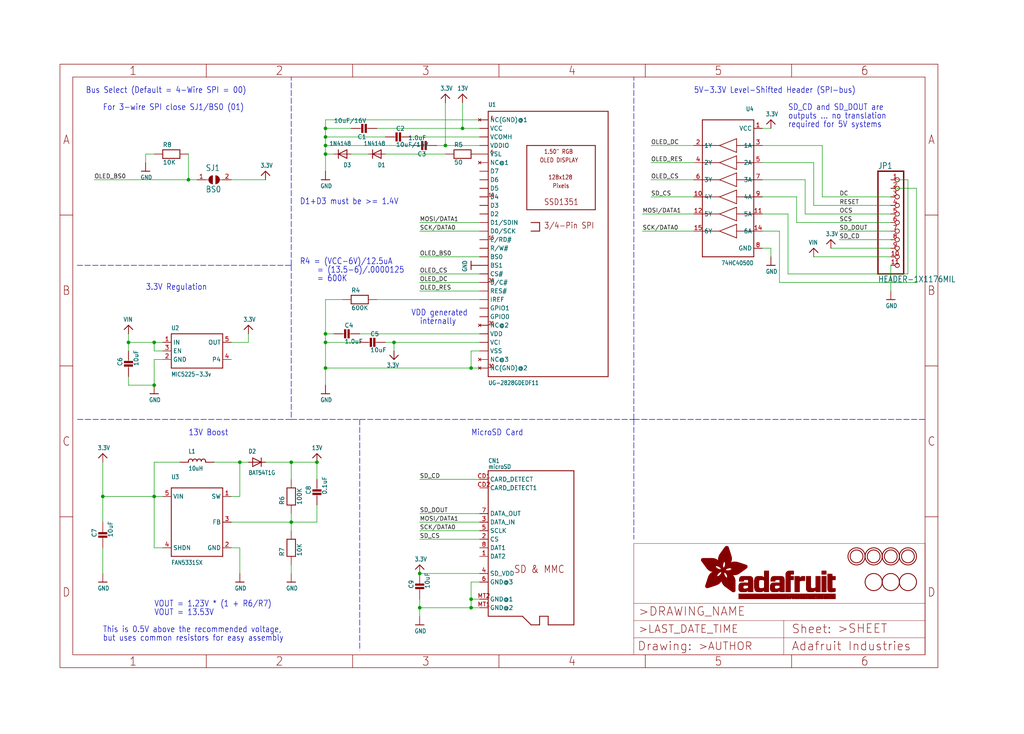
<source format=kicad_sch>
(kicad_sch (version 20211123) (generator eeschema)
  (paper "User" 303.682 217.881)
  (lib_symbols
    (symbol "eagleSchem-eagle-import:13V" (power)
      (property "Value" "13V" (at -1.524 1.016 0))
      (symbol "13V_1_0"
        (pin power_in line (at 0 -2.54 90) (length 2.54) (name "13V") (number "1"))
      )
    )
    (symbol "eagleSchem-eagle-import:3.3V" (power)
      (property "Value" "3.3V" (at -1.524 1.016 0))
      (symbol "3.3V_1_0"
        (pin power_in line (at 0 -2.54 90) (length 2.54) (name "3.3V") (number "1"))
      )
    )
    (symbol "eagleSchem-eagle-import:74HC4050D"
      (property "Reference" "U" (at -7.62 22.86 0))
      (property "Value" "74HC4050D" (at -7.62 -22.86 0))
      (symbol "74HC4050D_1_0"
        (pin bidirectional line (at -10.16 17.78 0) (length 2.54) (name "VCC") (number "1"))
        (pin bidirectional line (at 10.16 -2.54 180) (length 2.54) (name "4Y") (number "10"))
        (pin bidirectional line (at -10.16 -7.62 0) (length 2.54) (name "5A") (number "11"))
        (pin bidirectional line (at 10.16 -7.62 180) (length 2.54) (name "5Y") (number "12"))
        (pin bidirectional line (at -10.16 -12.7 0) (length 2.54) (name "6A") (number "14"))
        (pin bidirectional line (at 10.16 -12.7 180) (length 2.54) (name "6Y") (number "15"))
        (pin bidirectional line (at 10.16 12.7 180) (length 2.54) (name "1Y") (number "2"))
        (pin bidirectional line (at -10.16 12.7 0) (length 2.54) (name "1A") (number "3"))
        (pin bidirectional line (at 10.16 7.62 180) (length 2.54) (name "2Y") (number "4"))
        (pin bidirectional line (at -10.16 7.62 0) (length 2.54) (name "2A") (number "5"))
        (pin bidirectional line (at 10.16 2.54 180) (length 2.54) (name "3Y") (number "6"))
        (pin bidirectional line (at -10.16 2.54 0) (length 2.54) (name "3A") (number "7"))
        (pin bidirectional line (at -10.16 -17.78 0) (length 2.54) (name "GND") (number "8"))
        (pin bidirectional line (at -10.16 -2.54 0) (length 2.54) (name "4A") (number "9"))
      )
    )
    (symbol "eagleSchem-eagle-import:CAP_CERAMIC0805"
      (property "Reference" "C" (at -1.79 0.54 90))
      (property "Value" "CAP_CERAMIC0805" (at 3 0.54 90))
      (symbol "CAP_CERAMIC0805_1_0"
        (pin passive line (at 0 5.08 270) (length 2.54) (name "P$1") (number "1"))
        (pin passive line (at 0 -2.54 90) (length 2.54) (name "P$2") (number "2"))
      )
    )
    (symbol "eagleSchem-eagle-import:DIODESOD-123"
      (property "Reference" "D" (at -2.54 2.54 0))
      (property "Value" "DIODESOD-123" (at -2.54 -3.81 0))
      (symbol "DIODESOD-123_1_0"
        (pin passive line (at -2.54 0 0) (length 2.54) (name "A") (number "A"))
        (pin passive line (at 2.54 0 180) (length 2.54) (name "C") (number "C"))
      )
    )
    (symbol "eagleSchem-eagle-import:DIODESOD-323"
      (property "Reference" "D" (at -2.54 2.54 0))
      (property "Value" "DIODESOD-323" (at -2.54 -3.81 0))
      (symbol "DIODESOD-323_1_0"
        (pin passive line (at -2.54 0 0) (length 2.54) (name "A") (number "A"))
        (pin passive line (at 2.54 0 180) (length 2.54) (name "C") (number "C"))
      )
    )
    (symbol "eagleSchem-eagle-import:DISP_OLED_UG-2828GDEDF11TOP"
      (property "Reference" "U" (at -17.78 39.37 0))
      (property "Value" "DISP_OLED_UG-2828GDEDF11TOP" (at -17.78 -43.18 0))
      (symbol "DISP_OLED_UG-2828GDEDF11TOP_1_0"
        (text "1" (at -17.145 35.56 0) (effects (font (size 1.016 0.8636)) (justify left bottom)))
        (text "1.50\" RGB" (at -1.27 25.4 0) (effects (font (size 1.27 1.0795)) (justify left bottom)))
        (text "10" (at -17.78 12.7 0) (effects (font (size 1.016 0.8636)) (justify left bottom)))
        (text "128x128" (at 0 17.78 0) (effects (font (size 1.27 1.0795)) (justify left bottom)))
        (text "15" (at -17.78 0 0) (effects (font (size 1.016 0.8636)) (justify left bottom)))
        (text "20" (at -17.78 -12.7 0) (effects (font (size 1.016 0.8636)) (justify left bottom)))
        (text "25" (at -17.78 -25.4 0) (effects (font (size 1.016 0.8636)) (justify left bottom)))
        (text "3/4-Pin SPI" (at -1.27 3.175 0) (effects (font (size 1.778 1.5113)) (justify left bottom)))
        (text "30" (at -17.78 -38.1 0) (effects (font (size 1.016 0.8636)) (justify left bottom)))
        (text "5" (at -17.145 25.4 0) (effects (font (size 1.016 0.8636)) (justify left bottom)))
        (text "OLED DISPLAY" (at -2.54 22.86 0) (effects (font (size 1.27 1.0795)) (justify left bottom)))
        (text "Pixels" (at 1.27 15.24 0) (effects (font (size 1.27 1.0795)) (justify left bottom)))
        (text "SSD1351" (at -1.27 10.16 0) (effects (font (size 1.778 1.5113)) (justify left bottom)))
        (pin no_connect line (at -20.32 -38.1 0) (length 2.54) (name "NC(GND)@2") (number "P$1"))
        (pin bidirectional line (at -20.32 -15.24 0) (length 2.54) (name "RES#") (number "P$10"))
        (pin bidirectional line (at -20.32 -12.7 0) (length 2.54) (name "D/C#") (number "P$11"))
        (pin bidirectional line (at -20.32 -10.16 0) (length 2.54) (name "CS#") (number "P$12"))
        (pin bidirectional line (at -20.32 -7.62 0) (length 2.54) (name "BS1") (number "P$13"))
        (pin bidirectional line (at -20.32 -5.08 0) (length 2.54) (name "BS0") (number "P$14"))
        (pin bidirectional line (at -20.32 -2.54 0) (length 2.54) (name "R/W#") (number "P$15"))
        (pin bidirectional line (at -20.32 0 0) (length 2.54) (name "E/RD#") (number "P$16"))
        (pin bidirectional line (at -20.32 2.54 0) (length 2.54) (name "D0/SCK") (number "P$17"))
        (pin bidirectional line (at -20.32 5.08 0) (length 2.54) (name "D1/SDIN") (number "P$18"))
        (pin bidirectional line (at -20.32 7.62 0) (length 2.54) (name "D2") (number "P$19"))
        (pin no_connect line (at -20.32 -35.56 0) (length 2.54) (name "NC@3") (number "P$2"))
        (pin bidirectional line (at -20.32 10.16 0) (length 2.54) (name "D3") (number "P$20"))
        (pin bidirectional line (at -20.32 12.7 0) (length 2.54) (name "D4") (number "P$21"))
        (pin bidirectional line (at -20.32 15.24 0) (length 2.54) (name "D5") (number "P$22"))
        (pin bidirectional line (at -20.32 17.78 0) (length 2.54) (name "D6") (number "P$23"))
        (pin bidirectional line (at -20.32 20.32 0) (length 2.54) (name "D7") (number "P$24"))
        (pin no_connect line (at -20.32 22.86 0) (length 2.54) (name "NC@1") (number "P$25"))
        (pin bidirectional line (at -20.32 25.4 0) (length 2.54) (name "VSL") (number "P$26"))
        (pin power_in line (at -20.32 27.94 0) (length 2.54) (name "VDDIO") (number "P$27"))
        (pin power_in line (at -20.32 30.48 0) (length 2.54) (name "VCOMH") (number "P$28"))
        (pin power_in line (at -20.32 33.02 0) (length 2.54) (name "VCC") (number "P$29"))
        (pin power_in line (at -20.32 -33.02 0) (length 2.54) (name "VSS") (number "P$3"))
        (pin no_connect line (at -20.32 35.56 0) (length 2.54) (name "NC(GND)@1") (number "P$30"))
        (pin power_in line (at -20.32 -30.48 0) (length 2.54) (name "VCI") (number "P$4"))
        (pin power_in line (at -20.32 -27.94 0) (length 2.54) (name "VDD") (number "P$5"))
        (pin no_connect line (at -20.32 -25.4 0) (length 2.54) (name "NC@2") (number "P$6"))
        (pin bidirectional line (at -20.32 -22.86 0) (length 2.54) (name "GPIO0") (number "P$7"))
        (pin bidirectional line (at -20.32 -20.32 0) (length 2.54) (name "GPIO1") (number "P$8"))
        (pin bidirectional line (at -20.32 -17.78 0) (length 2.54) (name "IREF") (number "P$9"))
      )
    )
    (symbol "eagleSchem-eagle-import:FAN5331"
      (property "Reference" "U" (at -7.62 12.7 0))
      (property "Value" "FAN5331" (at -7.62 -12.7 0))
      (symbol "FAN5331_1_0"
        (pin bidirectional line (at 10.16 7.62 180) (length 2.54) (name "SW") (number "1"))
        (pin bidirectional line (at 10.16 -7.62 180) (length 2.54) (name "GND") (number "2"))
        (pin bidirectional line (at 10.16 0 180) (length 2.54) (name "FB") (number "3"))
        (pin bidirectional line (at -10.16 -7.62 0) (length 2.54) (name "SHDN") (number "4"))
        (pin bidirectional line (at -10.16 7.62 0) (length 2.54) (name "VIN") (number "5"))
      )
    )
    (symbol "eagleSchem-eagle-import:FIDUCIAL")
    (symbol "eagleSchem-eagle-import:FRAME_A4_ADAFRUIT"
      (symbol "FRAME_A4_ADAFRUIT_1_0"
        (text "1" (at 21.6958 1.905 0) (effects (font (size 2.54 2.286))))
        (text "1" (at 21.6958 177.165 0) (effects (font (size 2.54 2.286))))
        (text "2" (at 65.0875 1.905 0) (effects (font (size 2.54 2.286))))
        (text "2" (at 65.0875 177.165 0) (effects (font (size 2.54 2.286))))
        (text "3" (at 108.4792 1.905 0) (effects (font (size 2.54 2.286))))
        (text "3" (at 108.4792 177.165 0) (effects (font (size 2.54 2.286))))
        (text "4" (at 151.8708 1.905 0) (effects (font (size 2.54 2.286))))
        (text "4" (at 151.8708 177.165 0) (effects (font (size 2.54 2.286))))
        (text "5" (at 195.2625 1.905 0) (effects (font (size 2.54 2.286))))
        (text "5" (at 195.2625 177.165 0) (effects (font (size 2.54 2.286))))
        (text "6" (at 238.6542 1.905 0) (effects (font (size 2.54 2.286))))
        (text "6" (at 238.6542 177.165 0) (effects (font (size 2.54 2.286))))
        (text ">AUTHOR" (at 189.23 5.08 0) (effects (font (size 2.286 2.286)) (justify left bottom)))
        (text ">DRAWING_NAME" (at 171.45 15.24 0) (effects (font (size 2.54 2.54)) (justify left bottom)))
        (text ">LAST_DATE_TIME" (at 171.45 10.16 0) (effects (font (size 2.286 2.286)) (justify left bottom)))
        (text ">SHEET" (at 230.505 10.16 0) (effects (font (size 2.54 2.54)) (justify left bottom)))
        (text "A" (at 1.905 156.6863 0) (effects (font (size 2.54 2.286))))
        (text "A" (at 258.445 156.6863 0) (effects (font (size 2.54 2.286))))
        (text "Adafruit Industries" (at 216.916 4.953 0) (effects (font (size 2.54 2.54)) (justify left bottom)))
        (text "B" (at 1.905 111.9188 0) (effects (font (size 2.54 2.286))))
        (text "B" (at 258.445 111.9188 0) (effects (font (size 2.54 2.286))))
        (text "C" (at 1.905 67.1513 0) (effects (font (size 2.54 2.286))))
        (text "C" (at 258.445 67.1513 0) (effects (font (size 2.54 2.286))))
        (text "D" (at 1.905 22.3838 0) (effects (font (size 2.54 2.286))))
        (text "D" (at 258.445 22.3838 0) (effects (font (size 2.54 2.286))))
        (text "Drawing:" (at 171.196 4.953 0) (effects (font (size 2.54 2.54)) (justify left bottom)))
        (text "Sheet:" (at 216.916 10.033 0) (effects (font (size 2.54 2.54)) (justify left bottom)))
      )
    )
    (symbol "eagleSchem-eagle-import:GND" (power)
      (property "Value" "GND" (at -1.524 -2.54 0))
      (symbol "GND_1_0"
        (pin power_in line (at 0 2.54 270) (length 2.54) (name "GND") (number "1"))
      )
    )
    (symbol "eagleSchem-eagle-import:HEADER-1X1176MIL"
      (property "Reference" "JP" (at -6.35 15.875 0))
      (property "Value" "HEADER-1X1176MIL" (at -6.35 -17.78 0))
      (symbol "HEADER-1X1176MIL_1_0"
        (pin passive inverted (at -2.54 12.7 0) (length 2.54) (name "1") (number "1"))
        (pin passive inverted (at -2.54 -10.16 0) (length 2.54) (name "10") (number "10"))
        (pin passive inverted (at -2.54 -12.7 0) (length 2.54) (name "11") (number "11"))
        (pin passive inverted (at -2.54 10.16 0) (length 2.54) (name "2") (number "2"))
        (pin passive inverted (at -2.54 7.62 0) (length 2.54) (name "3") (number "3"))
        (pin passive inverted (at -2.54 5.08 0) (length 2.54) (name "4") (number "4"))
        (pin passive inverted (at -2.54 2.54 0) (length 2.54) (name "5") (number "5"))
        (pin passive inverted (at -2.54 0 0) (length 2.54) (name "6") (number "6"))
        (pin passive inverted (at -2.54 -2.54 0) (length 2.54) (name "7") (number "7"))
        (pin passive inverted (at -2.54 -5.08 0) (length 2.54) (name "8") (number "8"))
        (pin passive inverted (at -2.54 -7.62 0) (length 2.54) (name "9") (number "9"))
      )
    )
    (symbol "eagleSchem-eagle-import:INDUCTOR"
      (property "Reference" "L" (at -2.54 2.54 0))
      (property "Value" "INDUCTOR" (at -2.54 -2.54 0))
      (symbol "INDUCTOR_1_0"
        (pin passive line (at -5.08 0 0) (length 2.54) (name "1") (number "P$1"))
        (pin passive line (at 5.08 0 180) (length 2.54) (name "2") (number "P$2"))
      )
    )
    (symbol "eagleSchem-eagle-import:MICROSD"
      (property "Reference" "X" (at -12.7 22.606 0))
      (property "Value" "MICROSD" (at -12.7 20.828 0))
      (symbol "MICROSD_1_0"
        (text "SD & MMC" (at -5.08 -10.16 0) (effects (font (size 2.1844 1.8567)) (justify left bottom)))
        (pin bidirectional line (at -15.24 -5.08 0) (length 2.54) (name "DAT2") (number "1"))
        (pin input line (at -15.24 0 0) (length 2.54) (name "CS") (number "2"))
        (pin input line (at -15.24 5.08 0) (length 2.54) (name "DATA_IN") (number "3"))
        (pin power_in line (at -15.24 -10.16 0) (length 2.54) (name "SD_VDD") (number "4"))
        (pin input line (at -15.24 2.54 0) (length 2.54) (name "SCLK") (number "5"))
        (pin power_in line (at -15.24 -12.7 0) (length 2.54) (name "GND@3") (number "6"))
        (pin output line (at -15.24 7.62 0) (length 2.54) (name "DATA_OUT") (number "7"))
        (pin bidirectional line (at -15.24 -2.54 0) (length 2.54) (name "DAT1") (number "8"))
        (pin passive line (at -15.24 17.78 0) (length 2.54) (name "CARD_DETECT") (number "CD1"))
        (pin passive line (at -15.24 15.24 0) (length 2.54) (name "CARD_DETECT1") (number "CD2"))
        (pin power_in line (at -15.24 -20.32 0) (length 2.54) (name "GND@2") (number "MT1"))
        (pin power_in line (at -15.24 -17.78 0) (length 2.54) (name "GND@1") (number "MT2"))
      )
    )
    (symbol "eagleSchem-eagle-import:MOUNTINGHOLE2.5")
    (symbol "eagleSchem-eagle-import:RESISTOR0805"
      (property "Reference" "R" (at -2.54 2.032 0))
      (property "Value" "RESISTOR0805" (at -2.54 -3.175 0))
      (symbol "RESISTOR0805_1_0"
        (pin passive line (at -5.08 0 0) (length 2.54) (name "1") (number "1"))
        (pin passive line (at 5.08 0 180) (length 2.54) (name "2") (number "2"))
      )
    )
    (symbol "eagleSchem-eagle-import:SOLDERJUMPERREFLOW_NOPASTE"
      (property "Reference" "SJ" (at -2.54 2.54 0))
      (property "Value" "SOLDERJUMPERREFLOW_NOPASTE" (at -2.54 -3.81 0))
      (symbol "SOLDERJUMPERREFLOW_NOPASTE_1_0"
        (pin passive line (at -5.08 0 0) (length 2.54) (name "1") (number "1"))
        (pin passive line (at 5.08 0 180) (length 2.54) (name "2") (number "2"))
      )
    )
    (symbol "eagleSchem-eagle-import:VIN" (power)
      (property "Value" "VIN" (at -1.524 1.016 0))
      (symbol "VIN_1_0"
        (pin power_in line (at 0 -2.54 90) (length 2.54) (name "VIN") (number "1"))
      )
    )
    (symbol "eagleSchem-eagle-import:VREG_SOT23-5"
      (property "Reference" "U" (at -7.62 6.096 0))
      (property "Value" "VREG_SOT23-5" (at -7.62 -7.62 0))
      (symbol "VREG_SOT23-5_1_0"
        (pin power_in line (at -10.16 2.54 0) (length 2.54) (name "IN") (number "1"))
        (pin power_in line (at -10.16 -2.54 0) (length 2.54) (name "GND") (number "2"))
        (pin input line (at -10.16 0 0) (length 2.54) (name "EN") (number "3"))
        (pin bidirectional line (at 10.16 -2.54 180) (length 2.54) (name "P4") (number "4"))
        (pin power_in line (at 10.16 2.54 180) (length 2.54) (name "OUT") (number "5"))
      )
    )
  )
  (junction (at 86.36 154.94))
  (junction (at 96.52 40.64))
  (junction (at 96.52 99.06))
  (junction (at 38.1 101.6))
  (junction (at 132.08 43.18))
  (junction (at 139.7 180.34))
  (junction (at 93.98 137.16))
  (junction (at 71.12 137.16))
  (junction (at 55.88 53.34))
  (junction (at 45.72 101.6))
  (junction (at 45.72 114.3))
  (junction (at 96.52 43.18))
  (junction (at 124.46 180.34))
  (junction (at 45.72 147.32))
  (junction (at 86.36 137.16))
  (junction (at 96.52 109.22))
  (junction (at 96.52 101.6))
  (junction (at 30.48 147.32))
  (junction (at 96.52 38.1))
  (junction (at 137.16 38.1))
  (junction (at 139.7 109.22))
  (junction (at 139.7 177.8))
  (junction (at 116.84 101.6))
  (junction (at 124.46 170.18))
  (junction (at 96.52 45.72))
  (wire (pts (xy 55.88 53.34) (xy 58.42 53.34)))
  (wire (pts (xy 269.24 81.28) (xy 269.24 53.34)))
  (wire (pts (xy 233.68 63.5) (xy 233.68 81.28)))
  (wire (pts (xy 45.72 104.14) (xy 45.72 101.6)))
  (wire (pts (xy 96.52 101.6) (xy 96.52 109.22)))
  (wire (pts (xy 45.72 137.16) (xy 53.34 137.16)))
  (wire (pts (xy 142.24 35.56) (xy 96.52 35.56)))
  (wire (pts (xy 86.36 167.64) (xy 86.36 170.18)))
  (polyline (pts (xy 86.36 124.46) (xy 106.68 124.46)))
  (wire (pts (xy 137.16 30.48) (xy 137.16 38.1)))
  (wire (pts (xy 236.22 58.42) (xy 236.22 66.04)))
  (wire (pts (xy 68.58 162.56) (xy 71.12 162.56)))
  (wire (pts (xy 71.12 137.16) (xy 71.12 147.32)))
  (wire (pts (xy 238.76 63.5) (xy 264.16 63.5)))
  (wire (pts (xy 45.72 45.72) (xy 43.18 45.72)))
  (wire (pts (xy 104.14 45.72) (xy 109.22 45.72)))
  (wire (pts (xy 132.08 30.48) (xy 132.08 43.18)))
  (wire (pts (xy 231.14 68.58) (xy 231.14 83.82)))
  (wire (pts (xy 48.26 162.56) (xy 45.72 162.56)))
  (polyline (pts (xy 106.68 124.46) (xy 106.68 193.04)))
  (wire (pts (xy 27.94 53.34) (xy 55.88 53.34)))
  (wire (pts (xy 71.12 147.32) (xy 68.58 147.32)))
  (wire (pts (xy 142.24 154.94) (xy 124.46 154.94)))
  (wire (pts (xy 233.68 81.28) (xy 269.24 81.28)))
  (wire (pts (xy 142.24 88.9) (xy 111.76 88.9)))
  (wire (pts (xy 236.22 58.42) (xy 226.06 58.42)))
  (wire (pts (xy 142.24 101.6) (xy 116.84 101.6)))
  (wire (pts (xy 205.74 68.58) (xy 190.5 68.58)))
  (wire (pts (xy 71.12 137.16) (xy 73.66 137.16)))
  (wire (pts (xy 45.72 101.6) (xy 38.1 101.6)))
  (wire (pts (xy 243.84 58.42) (xy 264.16 58.42)))
  (wire (pts (xy 86.36 154.94) (xy 86.36 152.4)))
  (polyline (pts (xy 86.36 124.46) (xy 22.86 124.46)))
  (wire (pts (xy 86.36 154.94) (xy 93.98 154.94)))
  (wire (pts (xy 96.52 109.22) (xy 96.52 114.3)))
  (wire (pts (xy 271.78 55.88) (xy 264.16 55.88)))
  (wire (pts (xy 101.6 88.9) (xy 96.52 88.9)))
  (wire (pts (xy 96.52 43.18) (xy 96.52 45.72)))
  (wire (pts (xy 238.76 53.34) (xy 226.06 53.34)))
  (polyline (pts (xy 187.96 124.46) (xy 274.32 124.46)))
  (wire (pts (xy 106.68 101.6) (xy 96.52 101.6)))
  (wire (pts (xy 142.24 142.24) (xy 124.46 142.24)))
  (polyline (pts (xy 187.96 124.46) (xy 187.96 22.86)))
  (wire (pts (xy 226.06 38.1) (xy 228.6 38.1)))
  (wire (pts (xy 124.46 180.34) (xy 124.46 182.88)))
  (wire (pts (xy 73.66 101.6) (xy 73.66 99.06)))
  (wire (pts (xy 114.3 40.64) (xy 96.52 40.64)))
  (wire (pts (xy 142.24 43.18) (xy 132.08 43.18)))
  (polyline (pts (xy 86.36 78.74) (xy 86.36 22.86)))
  (wire (pts (xy 139.7 172.72) (xy 139.7 177.8)))
  (wire (pts (xy 231.14 83.82) (xy 271.78 83.82)))
  (wire (pts (xy 246.38 73.66) (xy 264.16 73.66)))
  (wire (pts (xy 142.24 76.2) (xy 124.46 76.2)))
  (wire (pts (xy 226.06 68.58) (xy 231.14 68.58)))
  (wire (pts (xy 96.52 99.06) (xy 96.52 101.6)))
  (wire (pts (xy 142.24 38.1) (xy 137.16 38.1)))
  (wire (pts (xy 38.1 111.76) (xy 38.1 114.3)))
  (wire (pts (xy 86.36 137.16) (xy 93.98 137.16)))
  (wire (pts (xy 63.5 137.16) (xy 71.12 137.16)))
  (wire (pts (xy 142.24 177.8) (xy 139.7 177.8)))
  (wire (pts (xy 71.12 162.56) (xy 71.12 170.18)))
  (wire (pts (xy 142.24 157.48) (xy 124.46 157.48)))
  (wire (pts (xy 238.76 53.34) (xy 238.76 63.5)))
  (wire (pts (xy 205.74 58.42) (xy 193.04 58.42)))
  (wire (pts (xy 45.72 147.32) (xy 45.72 137.16)))
  (wire (pts (xy 269.24 53.34) (xy 264.16 53.34)))
  (wire (pts (xy 236.22 66.04) (xy 264.16 66.04)))
  (wire (pts (xy 30.48 162.56) (xy 30.48 170.18)))
  (wire (pts (xy 48.26 104.14) (xy 45.72 104.14)))
  (wire (pts (xy 142.24 104.14) (xy 139.7 104.14)))
  (wire (pts (xy 38.1 101.6) (xy 38.1 104.14)))
  (wire (pts (xy 30.48 147.32) (xy 30.48 137.16)))
  (wire (pts (xy 142.24 40.64) (xy 121.92 40.64)))
  (polyline (pts (xy 187.96 124.46) (xy 187.96 160.02)))
  (wire (pts (xy 45.72 162.56) (xy 45.72 147.32)))
  (wire (pts (xy 264.16 68.58) (xy 248.92 68.58)))
  (wire (pts (xy 241.3 48.26) (xy 226.06 48.26)))
  (wire (pts (xy 226.06 73.66) (xy 228.6 73.66)))
  (wire (pts (xy 142.24 68.58) (xy 124.46 68.58)))
  (wire (pts (xy 139.7 180.34) (xy 124.46 180.34)))
  (wire (pts (xy 116.84 101.6) (xy 114.3 101.6)))
  (wire (pts (xy 228.6 73.66) (xy 228.6 76.2)))
  (wire (pts (xy 96.52 45.72) (xy 96.52 50.8)))
  (wire (pts (xy 271.78 83.82) (xy 271.78 55.88)))
  (wire (pts (xy 99.06 45.72) (xy 96.52 45.72)))
  (wire (pts (xy 248.92 71.12) (xy 264.16 71.12)))
  (wire (pts (xy 96.52 35.56) (xy 96.52 38.1)))
  (wire (pts (xy 124.46 177.8) (xy 124.46 180.34)))
  (wire (pts (xy 96.52 38.1) (xy 96.52 40.64)))
  (wire (pts (xy 205.74 53.34) (xy 193.04 53.34)))
  (wire (pts (xy 48.26 147.32) (xy 45.72 147.32)))
  (wire (pts (xy 142.24 81.28) (xy 124.46 81.28)))
  (wire (pts (xy 121.92 43.18) (xy 96.52 43.18)))
  (wire (pts (xy 142.24 83.82) (xy 124.46 83.82)))
  (wire (pts (xy 241.3 48.26) (xy 241.3 60.96)))
  (wire (pts (xy 43.18 45.72) (xy 43.18 48.26)))
  (wire (pts (xy 93.98 142.24) (xy 93.98 137.16)))
  (wire (pts (xy 86.36 137.16) (xy 86.36 142.24)))
  (wire (pts (xy 38.1 114.3) (xy 45.72 114.3)))
  (wire (pts (xy 142.24 180.34) (xy 139.7 180.34)))
  (wire (pts (xy 132.08 45.72) (xy 114.3 45.72)))
  (wire (pts (xy 48.26 106.68) (xy 45.72 106.68)))
  (wire (pts (xy 142.24 172.72) (xy 139.7 172.72)))
  (wire (pts (xy 55.88 53.34) (xy 55.88 45.72)))
  (wire (pts (xy 243.84 43.18) (xy 226.06 43.18)))
  (wire (pts (xy 264.16 86.36) (xy 264.16 78.74)))
  (wire (pts (xy 142.24 170.18) (xy 124.46 170.18)))
  (wire (pts (xy 142.24 66.04) (xy 124.46 66.04)))
  (wire (pts (xy 93.98 154.94) (xy 93.98 149.86)))
  (wire (pts (xy 38.1 101.6) (xy 38.1 99.06)))
  (wire (pts (xy 142.24 99.06) (xy 106.68 99.06)))
  (wire (pts (xy 241.3 60.96) (xy 264.16 60.96)))
  (wire (pts (xy 142.24 152.4) (xy 124.46 152.4)))
  (wire (pts (xy 142.24 86.36) (xy 124.46 86.36)))
  (wire (pts (xy 205.74 43.18) (xy 193.04 43.18)))
  (wire (pts (xy 139.7 177.8) (xy 139.7 180.34)))
  (wire (pts (xy 137.16 38.1) (xy 111.76 38.1)))
  (wire (pts (xy 226.06 63.5) (xy 233.68 63.5)))
  (wire (pts (xy 139.7 109.22) (xy 96.52 109.22)))
  (wire (pts (xy 96.52 40.64) (xy 96.52 43.18)))
  (wire (pts (xy 30.48 147.32) (xy 30.48 154.94)))
  (wire (pts (xy 96.52 88.9) (xy 96.52 99.06)))
  (wire (pts (xy 139.7 104.14) (xy 139.7 109.22)))
  (polyline (pts (xy 106.68 124.46) (xy 187.96 124.46)))
  (wire (pts (xy 205.74 63.5) (xy 190.5 63.5)))
  (wire (pts (xy 78.74 137.16) (xy 86.36 137.16)))
  (wire (pts (xy 68.58 53.34) (xy 78.74 53.34)))
  (wire (pts (xy 132.08 43.18) (xy 129.54 43.18)))
  (wire (pts (xy 48.26 101.6) (xy 45.72 101.6)))
  (wire (pts (xy 68.58 154.94) (xy 86.36 154.94)))
  (wire (pts (xy 142.24 109.22) (xy 139.7 109.22)))
  (wire (pts (xy 68.58 101.6) (xy 73.66 101.6)))
  (wire (pts (xy 86.36 157.48) (xy 86.36 154.94)))
  (wire (pts (xy 116.84 104.14) (xy 116.84 101.6)))
  (wire (pts (xy 45.72 106.68) (xy 45.72 114.3)))
  (polyline (pts (xy 86.36 78.74) (xy 86.36 124.46)))
  (wire (pts (xy 45.72 147.32) (xy 30.48 147.32)))
  (wire (pts (xy 205.74 48.26) (xy 193.04 48.26)))
  (polyline (pts (xy 22.86 78.74) (xy 86.36 78.74)))
  (wire (pts (xy 104.14 38.1) (xy 96.52 38.1)))
  (wire (pts (xy 243.84 43.18) (xy 243.84 58.42)))
  (wire (pts (xy 142.24 160.02) (xy 124.46 160.02)))
  (wire (pts (xy 99.06 99.06) (xy 96.52 99.06)))
  (wire (pts (xy 241.3 76.2) (xy 264.16 76.2)))
  (text "VDD generated" (at 121.92 93.98 180) (effects (font (size 1.778 1.5113)) (justify left bottom)))
  (text "D1+D3 must be >= 1.4V" (at 88.9 60.96 180) (effects (font (size 1.778 1.5113)) (justify left bottom)))
  (text "For 3-wire SPI close SJ1/BS0 (01)" (at 30.48 33.02 180) (effects (font (size 1.778 1.5113)) (justify left bottom)))
  (text "= (13.5-6)/.0000125" (at 93.98 81.28 180) (effects (font (size 1.778 1.5113)) (justify left bottom)))
  (text "SD_CD and SD_DOUT are" (at 233.68 33.02 180) (effects (font (size 1.778 1.5113)) (justify left bottom)))
  (text "3.3V Regulation" (at 43.18 86.36 180) (effects (font (size 1.778 1.5113)) (justify left bottom)))
  (text "VOUT = 1.23V * (1 + R6/R7)" (at 45.72 180.34 180) (effects (font (size 1.778 1.5113)) (justify left bottom)))
  (text "R4 = (VCC-6V)/12.5uA" (at 88.9 78.74 180) (effects (font (size 1.778 1.5113)) (justify left bottom)))
  (text "13V Boost" (at 55.88 129.54 180) (effects (font (size 1.778 1.5113)) (justify left bottom)))
  (text "This is 0.5V above the recommended voltage," (at 30.48 187.96 180) (effects (font (size 1.778 1.5113)) (justify left bottom)))
  (text "VOUT = 13.53V" (at 45.72 182.88 180) (effects (font (size 1.778 1.5113)) (justify left bottom)))
  (text "outputs ... no translation" (at 233.68 35.56 180) (effects (font (size 1.778 1.5113)) (justify left bottom)))
  (text "MicroSD Card" (at 139.7 129.54 180) (effects (font (size 1.778 1.5113)) (justify left bottom)))
  (text "internally" (at 124.46 96.52 180) (effects (font (size 1.778 1.5113)) (justify left bottom)))
  (text "5V-3.3V Level-Shifted Header (SPI-bus)" (at 205.74 27.94 180) (effects (font (size 1.778 1.5113)) (justify left bottom)))
  (text "required for 5V systems" (at 233.68 38.1 180) (effects (font (size 1.778 1.5113)) (justify left bottom)))
  (text "but uses common resistors for easy assembly" (at 30.48 190.5 180) (effects (font (size 1.778 1.5113)) (justify left bottom)))
  (text "Bus Select (Default = 4-Wire SPI = 00)" (at 25.4 27.94 180) (effects (font (size 1.778 1.5113)) (justify left bottom)))
  (text "= 600K" (at 93.98 83.82 180) (effects (font (size 1.778 1.5113)) (justify left bottom)))
  (label "OLED_RES" (at 193.04 48.26 0) (effects (font (size 1.2446 1.2446))))
  (label "SD_DOUT" (at 124.46 152.4 0) (effects (font (size 1.2446 1.2446))))
  (label "SD_CS" (at 124.46 160.02 0) (effects (font (size 1.2446 1.2446))))
  (label "DC" (at 248.92 58.42 0) (effects (font (size 1.2446 1.2446))))
  (label "OLED_RES" (at 124.46 86.36 0) (effects (font (size 1.2446 1.2446))))
  (label "OCS" (at 248.92 63.5 0) (effects (font (size 1.2446 1.2446))))
  (label "SCS" (at 248.92 66.04 0) (effects (font (size 1.2446 1.2446))))
  (label "SD_CD" (at 124.46 142.24 0) (effects (font (size 1.2446 1.2446))))
  (label "OLED_BS0" (at 124.46 76.2 0) (effects (font (size 1.2446 1.2446))))
  (label "RESET" (at 248.92 60.96 0) (effects (font (size 1.2446 1.2446))))
  (label "SCK/DATA0" (at 124.46 68.58 0) (effects (font (size 1.2446 1.2446))))
  (label "OLED_CS" (at 124.46 81.28 0) (effects (font (size 1.2446 1.2446))))
  (label "SD_CS" (at 193.04 58.42 0) (effects (font (size 1.2446 1.2446))))
  (label "SCK/DATA0" (at 124.46 157.48 0) (effects (font (size 1.2446 1.2446))))
  (label "OLED_BS0" (at 27.94 53.34 0) (effects (font (size 1.2446 1.2446))))
  (label "OLED_DC" (at 124.46 83.82 0) (effects (font (size 1.2446 1.2446))))
  (label "MOSI/DATA1" (at 190.5 63.5 0) (effects (font (size 1.2446 1.2446))))
  (label "OLED_DC" (at 193.04 43.18 0) (effects (font (size 1.2446 1.2446))))
  (label "SD_CD" (at 248.92 71.12 0) (effects (font (size 1.2446 1.2446))))
  (label "SCK/DATA0" (at 190.5 68.58 0) (effects (font (size 1.2446 1.2446))))
  (label "SD_DOUT" (at 248.92 68.58 0) (effects (font (size 1.2446 1.2446))))
  (label "MOSI/DATA1" (at 124.46 154.94 0) (effects (font (size 1.2446 1.2446))))
  (label "MOSI/DATA1" (at 124.46 66.04 0) (effects (font (size 1.2446 1.2446))))
  (label "OLED_CS" (at 193.04 53.34 0) (effects (font (size 1.2446 1.2446))))
  (symbol (lib_id "eagleSchem-eagle-import:MICROSD") (at 157.48 160.02 0) (unit 1)
    (property "Reference" "CN1" (at 144.78 137.414 0) (effects (font (size 1.27 1.0795)) (justify left bottom)))
    (property "Value" "microSD" (at 144.78 139.192 0) (effects (font (size 1.27 1.0795)) (justify left bottom)))
    (property "Footprint" "eagleSchem:MICROSD" (effects hide))
  )
  (symbol (lib_id "eagleSchem-eagle-import:SOLDERJUMPERREFLOW_NOPASTE") (at 63.5 53.34 0) (unit 1)
    (property "Reference" "SJ1" (at 60.96 50.8 0) (effects (font (size 1.778 1.5113)) (justify left bottom)))
    (property "Value" "BS0" (at 60.96 57.15 0) (effects (font (size 1.778 1.5113)) (justify left bottom)))
    (property "Footprint" "eagleSchem:SOLDERJUMPER_REFLOW_NOPASTE" (effects hide))
  )
  (symbol (lib_id "eagleSchem-eagle-import:CAP_CERAMIC0805") (at 93.98 147.32 0) (unit 1)
    (property "Reference" "C8" (at 92.19 146.78 90) (effects (justify left bottom)))
    (property "Value" "0.1uF" (at 96.98 146.78 90) (effects (justify left bottom)))
    (property "Footprint" "eagleSchem:0805" (effects hide))
  )
  (symbol (lib_id "eagleSchem-eagle-import:13V") (at 137.16 27.94 0) (unit 1)
    (property "Reference" "#U$8" (effects hide))
    (property "Value" "13V" (at 135.636 26.924 0) (effects (font (size 1.27 1.0795)) (justify left bottom)))
    (property "Footprint" "eagleSchem:" (effects hide))
  )
  (symbol (lib_id "eagleSchem-eagle-import:CAP_CERAMIC0805") (at 116.84 40.64 270) (unit 1)
    (property "Reference" "C2" (at 117.38 38.85 90) (effects (justify left bottom)))
    (property "Value" "10uF/16V" (at 117.38 43.64 90) (effects (justify left bottom)))
    (property "Footprint" "eagleSchem:0805" (effects hide))
  )
  (symbol (lib_id "eagleSchem-eagle-import:RESISTOR0805") (at 50.8 45.72 0) (unit 1)
    (property "Reference" "R8" (at 48.26 43.688 0) (effects (justify left bottom)))
    (property "Value" "10K" (at 48.26 48.895 0) (effects (justify left bottom)))
    (property "Footprint" "eagleSchem:0805" (effects hide))
  )
  (symbol (lib_id "eagleSchem-eagle-import:GND") (at 96.52 53.34 0) (unit 1)
    (property "Reference" "#U$5" (effects hide))
    (property "Value" "GND" (at 94.996 55.88 0) (effects (font (size 1.27 1.0795)) (justify left bottom)))
    (property "Footprint" "eagleSchem:" (effects hide))
  )
  (symbol (lib_id "eagleSchem-eagle-import:CAP_CERAMIC0805") (at 127 43.18 90) (unit 1)
    (property "Reference" "C3" (at 126.46 44.97 90) (effects (justify left bottom)))
    (property "Value" "1.0uF" (at 126.46 40.18 90) (effects (justify left bottom)))
    (property "Footprint" "eagleSchem:0805" (effects hide))
  )
  (symbol (lib_id "eagleSchem-eagle-import:VREG_SOT23-5") (at 58.42 104.14 0) (unit 1)
    (property "Reference" "U2" (at 50.8 98.044 0) (effects (font (size 1.27 1.0795)) (justify left bottom)))
    (property "Value" "MIC5225-3.3v" (at 50.8 111.76 0) (effects (font (size 1.27 1.0795)) (justify left bottom)))
    (property "Footprint" "eagleSchem:SOT23-5" (effects hide))
  )
  (symbol (lib_id "eagleSchem-eagle-import:GND") (at 139.7 78.74 270) (unit 1)
    (property "Reference" "#U$3" (effects hide))
    (property "Value" "GND" (at 137.16 77.216 0) (effects (font (size 1.27 1.0795)) (justify left bottom)))
    (property "Footprint" "eagleSchem:" (effects hide))
  )
  (symbol (lib_id "eagleSchem-eagle-import:DIODESOD-323") (at 101.6 45.72 180) (unit 1)
    (property "Reference" "D3" (at 104.14 48.26 0) (effects (font (size 1.27 1.0795)) (justify left bottom)))
    (property "Value" "1N4148" (at 104.14 41.91 0) (effects (font (size 1.27 1.0795)) (justify left bottom)))
    (property "Footprint" "eagleSchem:SOD-323" (effects hide))
  )
  (symbol (lib_id "eagleSchem-eagle-import:GND") (at 30.48 172.72 0) (unit 1)
    (property "Reference" "#U$12" (effects hide))
    (property "Value" "GND" (at 28.956 175.26 0) (effects (font (size 1.27 1.0795)) (justify left bottom)))
    (property "Footprint" "eagleSchem:" (effects hide))
  )
  (symbol (lib_id "eagleSchem-eagle-import:CAP_CERAMIC0805") (at 101.6 99.06 270) (unit 1)
    (property "Reference" "C4" (at 102.14 97.27 90) (effects (justify left bottom)))
    (property "Value" "1.0uF" (at 102.14 102.06 90) (effects (justify left bottom)))
    (property "Footprint" "eagleSchem:0805" (effects hide))
  )
  (symbol (lib_id "eagleSchem-eagle-import:CAP_CERAMIC0805") (at 30.48 160.02 0) (unit 1)
    (property "Reference" "C7" (at 28.69 159.48 90) (effects (justify left bottom)))
    (property "Value" "10uF" (at 33.48 159.48 90) (effects (justify left bottom)))
    (property "Footprint" "eagleSchem:0805" (effects hide))
  )
  (symbol (lib_id "eagleSchem-eagle-import:VIN") (at 241.3 73.66 0) (unit 1)
    (property "Reference" "#U$17" (effects hide))
    (property "Value" "VIN" (at 239.776 72.644 0) (effects (font (size 1.27 1.0795)) (justify left bottom)))
    (property "Footprint" "eagleSchem:" (effects hide))
  )
  (symbol (lib_id "eagleSchem-eagle-import:RESISTOR0805") (at 86.36 147.32 90) (unit 1)
    (property "Reference" "R6" (at 84.328 149.86 0) (effects (justify left bottom)))
    (property "Value" "100K" (at 89.535 149.86 0) (effects (justify left bottom)))
    (property "Footprint" "eagleSchem:0805" (effects hide))
  )
  (symbol (lib_id "eagleSchem-eagle-import:RESISTOR0805") (at 137.16 45.72 0) (unit 1)
    (property "Reference" "R5" (at 134.62 43.688 0) (effects (justify left bottom)))
    (property "Value" "50" (at 134.62 48.895 0) (effects (justify left bottom)))
    (property "Footprint" "eagleSchem:0805" (effects hide))
  )
  (symbol (lib_id "eagleSchem-eagle-import:INDUCTOR") (at 58.42 137.16 0) (unit 1)
    (property "Reference" "L1" (at 55.88 134.62 0) (effects (font (size 1.27 1.0795)) (justify left bottom)))
    (property "Value" "10uH" (at 55.88 139.7 0) (effects (font (size 1.27 1.0795)) (justify left bottom)))
    (property "Footprint" "eagleSchem:INDUCTOR_1007" (effects hide))
  )
  (symbol (lib_id "eagleSchem-eagle-import:GND") (at 228.6 78.74 0) (unit 1)
    (property "Reference" "#U$34" (effects hide))
    (property "Value" "GND" (at 227.076 81.28 0) (effects (font (size 1.27 1.0795)) (justify left bottom)))
    (property "Footprint" "eagleSchem:" (effects hide))
  )
  (symbol (lib_id "eagleSchem-eagle-import:CAP_CERAMIC0805") (at 109.22 101.6 270) (unit 1)
    (property "Reference" "C5" (at 109.76 99.81 90) (effects (justify left bottom)))
    (property "Value" "10uF" (at 109.76 104.6 90) (effects (justify left bottom)))
    (property "Footprint" "eagleSchem:0805" (effects hide))
  )
  (symbol (lib_id "eagleSchem-eagle-import:RESISTOR0805") (at 106.68 88.9 0) (unit 1)
    (property "Reference" "R4" (at 104.14 86.868 0) (effects (justify left bottom)))
    (property "Value" "600K" (at 104.14 92.075 0) (effects (justify left bottom)))
    (property "Footprint" "eagleSchem:0805" (effects hide))
  )
  (symbol (lib_id "eagleSchem-eagle-import:GND") (at 43.18 50.8 0) (unit 1)
    (property "Reference" "#U$6" (effects hide))
    (property "Value" "GND" (at 41.656 53.34 0) (effects (font (size 1.27 1.0795)) (justify left bottom)))
    (property "Footprint" "eagleSchem:" (effects hide))
  )
  (symbol (lib_id "eagleSchem-eagle-import:3.3V") (at 132.08 27.94 0) (unit 1)
    (property "Reference" "#U$1" (effects hide))
    (property "Value" "3.3V" (at 130.556 26.924 0) (effects (font (size 1.27 1.0795)) (justify left bottom)))
    (property "Footprint" "eagleSchem:" (effects hide))
  )
  (symbol (lib_id "eagleSchem-eagle-import:DISP_OLED_UG-2828GDEDF11TOP") (at 162.56 71.12 0) (unit 1)
    (property "Reference" "U1" (at 144.78 31.75 0) (effects (font (size 1.27 1.0795)) (justify left bottom)))
    (property "Value" "UG-2828GDEDF11" (at 144.78 114.3 0) (effects (font (size 1.27 1.0795)) (justify left bottom)))
    (property "Footprint" "eagleSchem:FPC_XF2M-3015-1A" (effects hide))
  )
  (symbol (lib_id "eagleSchem-eagle-import:13V") (at 93.98 134.62 0) (unit 1)
    (property "Reference" "#U$16" (effects hide))
    (property "Value" "13V" (at 92.456 133.604 0) (effects (font (size 1.27 1.0795)) (justify left bottom)))
    (property "Footprint" "eagleSchem:" (effects hide))
  )
  (symbol (lib_id "eagleSchem-eagle-import:GND") (at 96.52 116.84 0) (unit 1)
    (property "Reference" "#U$4" (effects hide))
    (property "Value" "GND" (at 94.996 119.38 0) (effects (font (size 1.27 1.0795)) (justify left bottom)))
    (property "Footprint" "eagleSchem:" (effects hide))
  )
  (symbol (lib_id "eagleSchem-eagle-import:DIODESOD-323") (at 111.76 45.72 180) (unit 1)
    (property "Reference" "D1" (at 114.3 48.26 0) (effects (font (size 1.27 1.0795)) (justify left bottom)))
    (property "Value" "1N4148" (at 114.3 41.91 0) (effects (font (size 1.27 1.0795)) (justify left bottom)))
    (property "Footprint" "eagleSchem:SOD-323" (effects hide))
  )
  (symbol (lib_id "eagleSchem-eagle-import:GND") (at 264.16 88.9 0) (unit 1)
    (property "Reference" "#U$18" (effects hide))
    (property "Value" "GND" (at 262.636 91.44 0) (effects (font (size 1.27 1.0795)) (justify left bottom)))
    (property "Footprint" "eagleSchem:" (effects hide))
  )
  (symbol (lib_id "eagleSchem-eagle-import:MOUNTINGHOLE2.5") (at 264.16 165.1 0) (unit 1)
    (property "Reference" "U$23" (effects hide))
    (property "Value" "MOUNTINGHOLE2.5" (effects hide))
    (property "Footprint" "eagleSchem:MOUNTINGHOLE_2.5_PLATED" (effects hide))
  )
  (symbol (lib_id "eagleSchem-eagle-import:3.3V") (at 246.38 71.12 0) (unit 1)
    (property "Reference" "#U$21" (effects hide))
    (property "Value" "3.3V" (at 244.856 70.104 0) (effects (font (size 1.27 1.0795)) (justify left bottom)))
    (property "Footprint" "eagleSchem:" (effects hide))
  )
  (symbol (lib_id "eagleSchem-eagle-import:MOUNTINGHOLE2.5") (at 254 165.1 0) (unit 1)
    (property "Reference" "U$25" (effects hide))
    (property "Value" "MOUNTINGHOLE2.5" (effects hide))
    (property "Footprint" "eagleSchem:MOUNTINGHOLE_2.5_PLATED" (effects hide))
  )
  (symbol (lib_id "eagleSchem-eagle-import:MOUNTINGHOLE2.5") (at 269.24 165.1 0) (unit 1)
    (property "Reference" "U$22" (effects hide))
    (property "Value" "MOUNTINGHOLE2.5" (effects hide))
    (property "Footprint" "eagleSchem:MOUNTINGHOLE_2.5_PLATED" (effects hide))
  )
  (symbol (lib_id "eagleSchem-eagle-import:HEADER-1X1176MIL") (at 266.7 66.04 0) (unit 1)
    (property "Reference" "JP1" (at 260.35 50.165 0) (effects (font (size 1.778 1.5113)) (justify left bottom)))
    (property "Value" "HEADER-1X1176MIL" (at 260.35 83.82 0) (effects (font (size 1.778 1.5113)) (justify left bottom)))
    (property "Footprint" "eagleSchem:1X11_ROUND_76" (effects hide))
  )
  (symbol (lib_id "eagleSchem-eagle-import:74HC4050D") (at 215.9 55.88 0) (mirror y) (unit 1)
    (property "Reference" "U4" (at 223.52 33.02 0) (effects (font (size 1.27 1.0795)) (justify left bottom)))
    (property "Value" "74HC4050D" (at 223.52 78.74 0) (effects (font (size 1.27 1.0795)) (justify left bottom)))
    (property "Footprint" "eagleSchem:SOIC16" (effects hide))
  )
  (symbol (lib_id "eagleSchem-eagle-import:MOUNTINGHOLE2.5") (at 259.08 165.1 0) (unit 1)
    (property "Reference" "U$24" (effects hide))
    (property "Value" "MOUNTINGHOLE2.5" (effects hide))
    (property "Footprint" "eagleSchem:MOUNTINGHOLE_2.5_PLATED" (effects hide))
  )
  (symbol (lib_id "eagleSchem-eagle-import:CAP_CERAMIC0805") (at 38.1 109.22 0) (unit 1)
    (property "Reference" "C6" (at 36.31 108.68 90) (effects (justify left bottom)))
    (property "Value" "10uF" (at 41.1 108.68 90) (effects (justify left bottom)))
    (property "Footprint" "eagleSchem:0805" (effects hide))
  )
  (symbol (lib_id "eagleSchem-eagle-import:RESISTOR0805") (at 86.36 162.56 90) (unit 1)
    (property "Reference" "R7" (at 84.328 165.1 0) (effects (justify left bottom)))
    (property "Value" "10K" (at 89.535 165.1 0) (effects (justify left bottom)))
    (property "Footprint" "eagleSchem:0805" (effects hide))
  )
  (symbol (lib_id "eagleSchem-eagle-import:FIDUCIAL") (at 259.08 172.72 0) (unit 1)
    (property "Reference" "U$29" (effects hide))
    (property "Value" "FIDUCIAL" (effects hide))
    (property "Footprint" "eagleSchem:FIDUCIAL_1MM" (effects hide))
  )
  (symbol (lib_id "eagleSchem-eagle-import:3.3V") (at 30.48 134.62 0) (unit 1)
    (property "Reference" "#U$15" (effects hide))
    (property "Value" "3.3V" (at 28.956 133.604 0) (effects (font (size 1.27 1.0795)) (justify left bottom)))
    (property "Footprint" "eagleSchem:" (effects hide))
  )
  (symbol (lib_id "eagleSchem-eagle-import:3.3V") (at 78.74 50.8 0) (unit 1)
    (property "Reference" "#U$2" (effects hide))
    (property "Value" "3.3V" (at 77.216 49.784 0) (effects (font (size 1.27 1.0795)) (justify left bottom)))
    (property "Footprint" "eagleSchem:" (effects hide))
  )
  (symbol (lib_id "eagleSchem-eagle-import:GND") (at 71.12 172.72 0) (unit 1)
    (property "Reference" "#U$13" (effects hide))
    (property "Value" "GND" (at 69.596 175.26 0) (effects (font (size 1.27 1.0795)) (justify left bottom)))
    (property "Footprint" "eagleSchem:" (effects hide))
  )
  (symbol (lib_id "eagleSchem-eagle-import:DIODESOD-123") (at 76.2 137.16 0) (unit 1)
    (property "Reference" "D2" (at 73.66 134.62 0) (effects (font (size 1.27 1.0795)) (justify left bottom)))
    (property "Value" "BAT54T1G" (at 73.66 140.97 0) (effects (font (size 1.27 1.0795)) (justify left bottom)))
    (property "Footprint" "eagleSchem:SOD-123" (effects hide))
  )
  (symbol (lib_id "eagleSchem-eagle-import:FIDUCIAL") (at 264.16 172.72 0) (unit 1)
    (property "Reference" "U$27" (effects hide))
    (property "Value" "FIDUCIAL" (effects hide))
    (property "Footprint" "eagleSchem:FIDUCIAL_1MM" (effects hide))
  )
  (symbol (lib_id "eagleSchem-eagle-import:FRAME_A4_ADAFRUIT") (at 17.78 198.12 0) (unit 1)
    (property "Reference" "#FRAME1" (effects hide))
    (property "Value" "FRAME_A4_ADAFRUIT" (effects hide))
    (property "Footprint" "eagleSchem:" (effects hide))
  )
  (symbol (lib_id "eagleSchem-eagle-import:3.3V") (at 228.6 35.56 0) (unit 1)
    (property "Reference" "#U$33" (effects hide))
    (property "Value" "3.3V" (at 227.076 34.544 0) (effects (font (size 1.27 1.0795)) (justify left bottom)))
    (property "Footprint" "eagleSchem:" (effects hide))
  )
  (symbol (lib_id "eagleSchem-eagle-import:3.3V") (at 73.66 96.52 0) (unit 1)
    (property "Reference" "#U$10" (effects hide))
    (property "Value" "3.3V" (at 72.136 95.504 0) (effects (font (size 1.27 1.0795)) (justify left bottom)))
    (property "Footprint" "eagleSchem:" (effects hide))
  )
  (symbol (lib_id "eagleSchem-eagle-import:3.3V") (at 116.84 106.68 180) (unit 1)
    (property "Reference" "#U$7" (effects hide))
    (property "Value" "3.3V" (at 118.364 107.696 0) (effects (font (size 1.27 1.0795)) (justify left bottom)))
    (property "Footprint" "eagleSchem:" (effects hide))
  )
  (symbol (lib_id "eagleSchem-eagle-import:VIN") (at 38.1 96.52 0) (unit 1)
    (property "Reference" "#U$14" (effects hide))
    (property "Value" "VIN" (at 36.576 95.504 0) (effects (font (size 1.27 1.0795)) (justify left bottom)))
    (property "Footprint" "eagleSchem:" (effects hide))
  )
  (symbol (lib_id "eagleSchem-eagle-import:GND") (at 45.72 116.84 0) (unit 1)
    (property "Reference" "#U$9" (effects hide))
    (property "Value" "GND" (at 44.196 119.38 0) (effects (font (size 1.27 1.0795)) (justify left bottom)))
    (property "Footprint" "eagleSchem:" (effects hide))
  )
  (symbol (lib_id "eagleSchem-eagle-import:GND") (at 124.46 185.42 0) (unit 1)
    (property "Reference" "#U$19" (effects hide))
    (property "Value" "GND" (at 122.936 187.96 0) (effects (font (size 1.27 1.0795)) (justify left bottom)))
    (property "Footprint" "eagleSchem:" (effects hide))
  )
  (symbol (lib_id "eagleSchem-eagle-import:FAN5331") (at 58.42 154.94 0) (unit 1)
    (property "Reference" "U3" (at 50.8 142.24 0) (effects (font (size 1.27 1.0795)) (justify left bottom)))
    (property "Value" "FAN5331SX" (at 50.8 167.64 0) (effects (font (size 1.27 1.0795)) (justify left bottom)))
    (property "Footprint" "eagleSchem:SOT23-5@1" (effects hide))
  )
  (symbol (lib_id "eagleSchem-eagle-import:CAP_CERAMIC0805") (at 124.46 175.26 0) (unit 1)
    (property "Reference" "C9" (at 122.67 174.72 90) (effects (justify left bottom)))
    (property "Value" "10uF" (at 127.46 174.72 90) (effects (justify left bottom)))
    (property "Footprint" "eagleSchem:0805" (effects hide))
  )
  (symbol (lib_id "eagleSchem-eagle-import:CAP_CERAMIC0805") (at 109.22 38.1 90) (unit 1)
    (property "Reference" "C1" (at 108.68 39.89 90) (effects (justify left bottom)))
    (property "Value" "10uF/16V" (at 108.68 35.1 90) (effects (justify left bottom)))
    (property "Footprint" "eagleSchem:0805" (effects hide))
  )
  (symbol (lib_id "eagleSchem-eagle-import:FIDUCIAL") (at 269.24 172.72 0) (unit 1)
    (property "Reference" "U$26" (effects hide))
    (property "Value" "FIDUCIAL" (effects hide))
    (property "Footprint" "eagleSchem:FIDUCIAL_1MM" (effects hide))
  )
  (symbol (lib_id "eagleSchem-eagle-import:3.3V") (at 124.46 167.64 0) (unit 1)
    (property "Reference" "#U$20" (effects hide))
    (property "Value" "3.3V" (at 122.936 166.624 0) (effects (font (size 1.27 1.0795)) (justify left bottom)))
    (property "Footprint" "eagleSchem:" (effects hide))
  )
  (symbol (lib_id "eagleSchem-eagle-import:GND") (at 86.36 172.72 0) (unit 1)
    (property "Reference" "#U$11" (effects hide))
    (property "Value" "GND" (at 84.836 175.26 0) (effects (font (size 1.27 1.0795)) (justify left bottom)))
    (property "Footprint" "eagleSchem:" (effects hide))
  )
)
</source>
